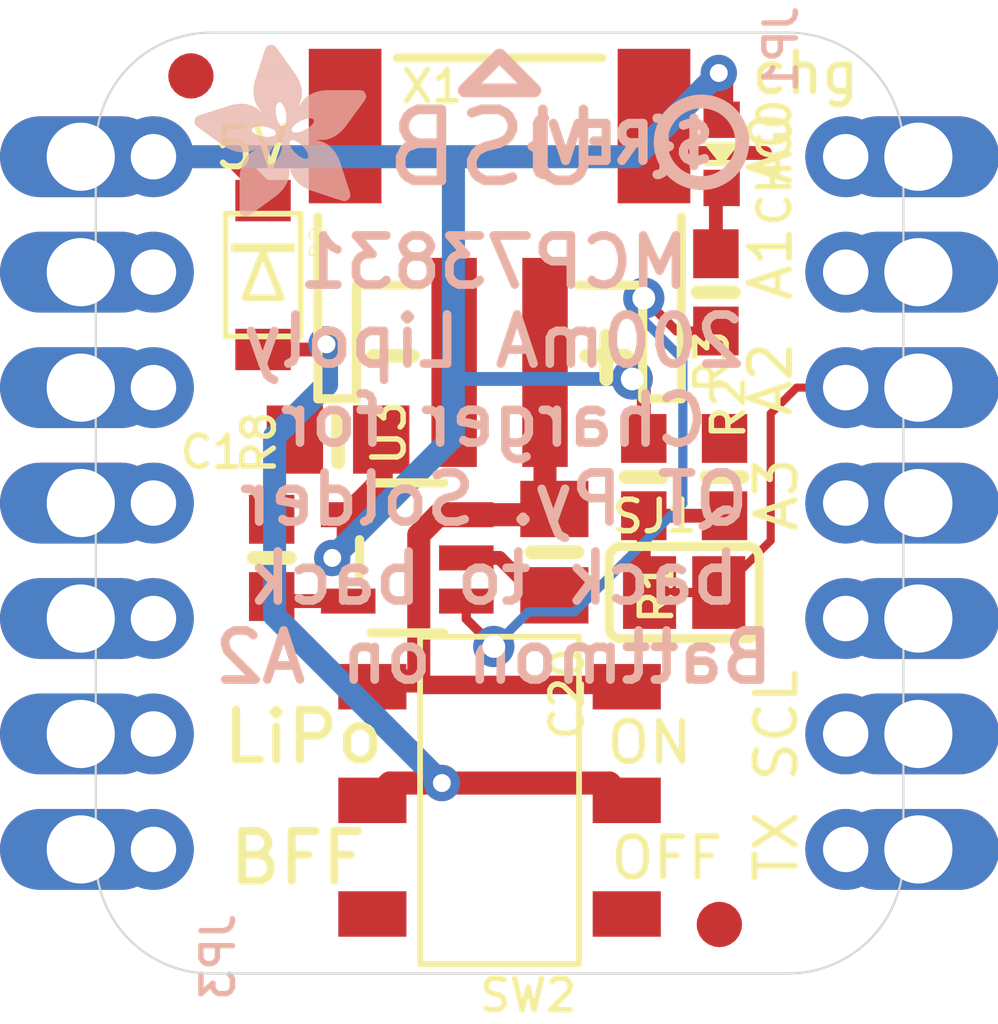
<source format=kicad_pcb>
(kicad_pcb (version 20221018) (generator pcbnew)
  (layers (0 "F.Cu" signal) (1 "In1.Cu" signal) (2 "In2.Cu" signal) (3 "In3.Cu" signal) (4 "In4.Cu" signal) (5 "In5.Cu" signal) (6 "In6.Cu" signal) (7 "In7.Cu" signal) (8 "In8.Cu" signal) (9 "In9.Cu" signal) (10 "In10.Cu" signal) (11 "In11.Cu" signal) (12 "In12.Cu" signal) (13 "In13.Cu" signal) (14 "In14.Cu" signal) (31 "B.Cu" signal) (34 "B.Paste" user) (35 "F.Paste" user) (36 "B.SilkS" user "B.Silkscreen") (37 "F.SilkS" user "F.Silkscreen") (38 "B.Mask" user) (39 "F.Mask" user) (44 "Edge.Cuts" user))
  (net 0 "")
  (net 1 "GND")
  (net 2 "+5V")
  (net 3 "VBAT")
  (net 4 "N$2")
  (net 5 "N$3")
  (net 6 "N$4")
  (net 7 "N$7")
  (net 8 "N$1")
  (net 9 "A2")
  (footprint "Adafruit LIPoly Charger BFF:0603-NO" (layer "F.Cu") (at 151.6761 104.4321 -90)
    (fp_text reference "R1" (at 1.778 0.127 90) (layer "F.SilkS") (effects (font (size 0.692831 0.692831) (thickness 0.119969)) (justify right top)))
    (fp_text value "100K")
    (pad "1" smd rect (at -0.85 0 270) (size 1.075 1) (layers "F.Cu" "F.Paste" "F.Mask") (net 2 "+5V"))
    (pad "2" smd rect (at 0.85 0 270) (size 1.075 1) (layers "F.Cu" "F.Paste" "F.Mask") (net 8 "N$1"))
  )
  (footprint "Adafruit LIPoly Charger BFF:0805-NO" (layer "F.Cu") (at 149.7076 106.0831 -90)
    (fp_text reference "C20" (at 2.032 0.127 90) (layer "F.SilkS") (effects (font (size 0.692831 0.692831) (thickness 0.119969)) (justify right top)))
    (fp_text value "10µF")
    (pad "1" smd rect (at -0.95 0 270) (size 1.24 1.5) (layers "F.Cu" "F.Paste" "F.Mask") (net 3 "VBAT"))
    (pad "2" smd rect (at 0.95 0 270) (size 1.24 1.5) (layers "F.Cu" "F.Paste" "F.Mask") (net 1 "GND"))
  )
  (footprint "Adafruit LIPoly Charger BFF:EG1390" (layer "F.Cu") (at 148.5011 111.5441 90)
    (fp_text reference "SW2" (at -3.886 1.764) (layer "F.SilkS") (effects (font (size 0.692831 0.692831) (thickness 0.119969)) (justify right top)))
    (fp_text value "")
    (pad "" np_thru_hole circle (at -1.5 0 90) (size 1 1) (drill 1) (layers "*.Cu" "*.Mask"))
    (pad "" np_thru_hole circle (at 1.5 0 90) (size 1 1) (drill 1) (layers "*.Cu" "*.Mask"))
    (pad "O1" smd rect (at -2.5 -2.8 90) (size 1 1.5) (layers "F.Cu" "F.Paste" "F.Mask"))
    (pad "O2" smd rect (at -2.5 2.8 90) (size 1 1.5) (layers "F.Cu" "F.Paste" "F.Mask"))
    (pad "P1" smd rect (at 0 -2.8 90) (size 1 1.5) (layers "F.Cu" "F.Paste" "F.Mask") (net 7 "N$7"))
    (pad "P2" smd rect (at 0 2.8 90) (size 1 1.5) (layers "F.Cu" "F.Paste" "F.Mask") (net 7 "N$7"))
    (pad "S1" smd rect (at 2.5 -2.8 90) (size 1 1.5) (layers "F.Cu" "F.Paste" "F.Mask") (net 3 "VBAT"))
    (pad "S2" smd rect (at 2.5 2.8 90) (size 1 1.5) (layers "F.Cu" "F.Paste" "F.Mask") (net 3 "VBAT"))
  )
  (footprint "Adafruit LIPoly Charger BFF:JSTPH2_BATT" (layer "F.Cu") (at 148.5011 98.2091)
    (fp_text reference "X1" (at -2.2225 -1.9685) (layer "F.SilkS") (effects (font (size 0.692831 0.692831) (thickness 0.119969)) (justify left bottom)))
    (fp_text value "JSTPH")
    (pad "1" smd rect (at -1 3.7) (size 1 4.6) (layers "F.Cu" "F.Paste" "F.Mask") (net 1 "GND"))
    (pad "2" smd rect (at 1 3.7) (size 1 4.6) (layers "F.Cu" "F.Paste" "F.Mask") (net 3 "VBAT"))
    (pad "NC1" smd rect (at -3.4 -1.5 90) (size 3.4 1.6) (layers "F.Cu" "F.Paste" "F.Mask") (net 1 "GND"))
    (pad "NC2" smd rect (at 3.4 -1.5 90) (size 3.4 1.6) (layers "F.Cu" "F.Paste" "F.Mask") (net 1 "GND"))
  )
  (footprint "Adafruit LIPoly Charger BFF:FIDUCIAL_1MM" (layer "F.Cu") (at 153.3398 114.2746)
    (fp_text reference "U$6" hide)
    (fp_text value "FIDUCIAL_1MM" hide)
    (pad "1" smd roundrect (at 0 0) (size 1 1) (layers "F.Cu" "F.Mask") (roundrect_rratio 0.5))
  )
  (footprint "Adafruit LIPoly Charger BFF:0805-NO" (layer "F.Cu") (at 144.9451 103.6066 180)
    (fp_text reference "C1" (at 2.032 0.127) (layer "F.SilkS") (effects (font (size 0.692831 0.692831) (thickness 0.119969)) (justify right top)))
    (fp_text value "10µF")
    (pad "1" smd rect (at -0.95 0 180) (size 1.24 1.5) (layers "F.Cu" "F.Paste" "F.Mask") (net 2 "+5V"))
    (pad "2" smd rect (at 0.95 0 180) (size 1.24 1.5) (layers "F.Cu" "F.Paste" "F.Mask") (net 1 "GND"))
  )
  (footprint "Adafruit LIPoly Charger BFF:0603-NO" (layer "F.Cu") (at 153.2636 100.3681 -90)
    (fp_text reference "R2" (at 1.778 0.127 90) (layer "F.SilkS") (effects (font (size 0.692831 0.692831) (thickness 0.119969)) (justify right top)))
    (fp_text value "5.1K")
    (pad "1" smd rect (at -0.85 0 270) (size 1.075 1) (layers "F.Cu" "F.Paste" "F.Mask") (net 4 "N$2"))
    (pad "2" smd rect (at 0.85 0 270) (size 1.075 1) (layers "F.Cu" "F.Paste" "F.Mask") (net 5 "N$3"))
  )
  (footprint "Adafruit LIPoly Charger BFF:0603-NO" (layer "F.Cu") (at 143.4846 106.2101 90)
    (fp_text reference "R8" (at 1.778 0.127 90) (layer "F.SilkS") (effects (font (size 0.692831 0.692831) (thickness 0.119969)) (justify left bottom)))
    (fp_text value "5.1K")
    (pad "1" smd rect (at -0.85 0 90) (size 1.075 1) (layers "F.Cu" "F.Paste" "F.Mask") (net 6 "N$4"))
    (pad "2" smd rect (at 0.85 0 90) (size 1.075 1) (layers "F.Cu" "F.Paste" "F.Mask") (net 1 "GND"))
  )
  (footprint "Adafruit LIPoly Charger BFF:SOD-123FL" (layer "F.Cu") (at 143.2941 99.9871 -90)
    (fp_text reference "D2" (at -1.1 -1 90) (layer "F.SilkS") (effects (font (size 0.376489 0.376489) (thickness 0.029911)) (justify right top)))
    (fp_text value "MBR120")
    (pad "A" smd rect (at 1.6375 0 270) (size 0.91 1.22) (layers "F.Cu" "F.Paste" "F.Mask") (net 7 "N$7"))
    (pad "C" smd rect (at -1.6375 0 270) (size 0.91 1.22) (layers "F.Cu" "F.Paste" "F.Mask") (net 2 "+5V"))
  )
  (footprint "Adafruit LIPoly Charger BFF:0603-NO" (layer "F.Cu") (at 153.4541 104.4321 90)
    (fp_text reference "R3" (at 1.778 0.127 90) (layer "F.SilkS") (effects (font (size 0.692831 0.692831) (thickness 0.119969)) (justify left bottom)))
    (fp_text value "100K")
    (pad "1" smd rect (at -0.85 0 90) (size 1.075 1) (layers "F.Cu" "F.Paste" "F.Mask") (net 8 "N$1"))
    (pad "2" smd rect (at 0.85 0 90) (size 1.075 1) (layers "F.Cu" "F.Paste" "F.Mask") (net 1 "GND"))
  )
  (footprint "Adafruit LIPoly Charger BFF:SOLDERJUMPER_CLOSEDWIRE" (layer "F.Cu") (at 152.5651 106.9721)
    (fp_text reference "SJ1" (at -1.651 -1.27) (layer "F.SilkS") (effects (font (size 0.692831 0.692831) (thickness 0.119969)) (justify left bottom)))
    (fp_text value "")
    (pad "1" smd rect (at -0.762 0) (size 1.1684 1.6002) (layers "F.Cu") (net 8 "N$1"))
    (pad "2" smd rect (at 0.762 0) (size 1.1684 1.6002) (layers "F.Cu") (net 9 "A2"))
    (pad "WIRE" smd rect (at 0 0 180) (size 0.635 0.2032) (layers "F.Cu"))
  )
  (footprint "Adafruit LIPoly Charger BFF:FIDUCIAL_1MM" (layer "F.Cu") (at 141.7066 95.6056)
    (fp_text reference "U$8" hide)
    (fp_text value "FIDUCIAL_1MM" hide)
    (pad "1" smd roundrect (at 0 0) (size 1 1) (layers "F.Cu" "F.Mask") (roundrect_rratio 0.5))
  )
  (footprint "Adafruit LIPoly Charger BFF:SOT23-5" (layer "F.Cu") (at 146.4691 106.2101 90)
    (fp_text reference "U3" (at 1.978 0 90) (layer "F.SilkS") (effects (font (size 0.692831 0.692831) (thickness 0.119969)) (justify left bottom)))
    (fp_text value "MCP73831T-2ACI/OT")
    (pad "1" smd rect (at -0.95 1.3001 90) (size 0.55 1.2) (layers "F.Cu" "F.Paste" "F.Mask") (net 5 "N$3"))
    (pad "2" smd rect (at 0 1.3001 90) (size 0.55 1.2) (layers "F.Cu" "F.Paste" "F.Mask") (net 1 "GND"))
    (pad "3" smd rect (at 0.95 1.3001 90) (size 0.55 1.2) (layers "F.Cu" "F.Paste" "F.Mask") (net 3 "VBAT"))
    (pad "4" smd rect (at 0.95 -1.3001 90) (size 0.55 1.2) (layers "F.Cu" "F.Paste" "F.Mask") (net 2 "+5V"))
    (pad "5" smd rect (at -0.95 -1.3001 90) (size 0.55 1.2) (layers "F.Cu" "F.Paste" "F.Mask") (net 6 "N$4"))
  )
  (footprint "Adafruit LIPoly Charger BFF:CHIPLED_0603_NOOUTLINE" (layer "F.Cu") (at 153.3906 97.3201 180)
    (fp_text reference "CHG0" (at -0.762 1.27 90) (layer "F.SilkS") (effects (font (size 0.692831 0.692831) (thickness 0.119969)) (justify right top)))
    (fp_text value "ORANGE")
    (pad "A" smd rect (at 0 0.75 180) (size 0.8 0.8) (layers "F.Cu" "F.Paste" "F.Mask") (net 2 "+5V"))
    (pad "C" smd rect (at 0 -0.75 180) (size 0.8 0.8) (layers "F.Cu" "F.Paste" "F.Mask") (net 4 "N$2"))
  )
  (footprint "Adafruit LIPoly Charger BFF:PCBFEAT-REV-040" (layer "B.Cu") (at 152.9461 97.0661 180)
    (fp_text reference "U$3" hide)
    (fp_text value "" hide)
    (fp_text user "${REV}" (at -0.3556 -0.508) (layer "B.SilkS") (effects (font (size 0.8128 0.8128) (thickness 0.2032)) (justify left bottom mirror)))
  )
  (footprint "Adafruit LIPoly Charger BFF:1X07_CASTEL" (layer "B.Cu") (at 156.1211 105.0036 -90)
    (fp_text reference "JP1" (at -8.9662 1.8288 -270) (layer "B.SilkS") (effects (font (size 0.692831 0.692831) (thickness 0.119969)) (justify right top mirror)))
    (fp_text value "")
    (pad "1" thru_hole circle (at -7.62 0 180) (size 1.778 1.778) (drill 1) (layers "*.Cu" "*.Mask"))
    (pad "1C" thru_hole oval (at -7.62 -1.6 180) (size 3.556 1.778) (drill 1.5) (layers "*.Cu" "*.Mask"))
    (pad "2" thru_hole circle (at -5.08 0 180) (size 1.778 1.778) (drill 1) (layers "*.Cu" "*.Mask"))
    (pad "2C" thru_hole oval (at -5.08 -1.6 180) (size 3.556 1.778) (drill 1.5) (layers "*.Cu" "*.Mask"))
    (pad "3" thru_hole circle (at -2.54 0 180) (size 1.778 1.778) (drill 1) (layers "*.Cu" "*.Mask") (net 9 "A2"))
    (pad "3C" thru_hole oval (at -2.54 -1.6 180) (size 3.556 1.778) (drill 1.5) (layers "*.Cu" "*.Mask") (net 9 "A2"))
    (pad "4" thru_hole circle (at 0 0 180) (size 1.778 1.778) (drill 1) (layers "*.Cu" "*.Mask"))
    (pad "4C" thru_hole oval (at 0 -1.6 180) (size 3.556 1.778) (drill 1.5) (layers "*.Cu" "*.Mask"))
    (pad "5" thru_hole circle (at 2.54 0 180) (size 1.778 1.778) (drill 1) (layers "*.Cu" "*.Mask"))
    (pad "5C" thru_hole oval (at 2.54 -1.6 180) (size 3.556 1.778) (drill 1.5) (layers "*.Cu" "*.Mask"))
    (pad "6" thru_hole circle (at 5.08 0 180) (size 1.778 1.778) (drill 1) (layers "*.Cu" "*.Mask"))
    (pad "6C" thru_hole oval (at 5.08 -1.6 180) (size 3.556 1.778) (drill 1.5) (layers "*.Cu" "*.Mask"))
    (pad "7" thru_hole circle (at 7.62 0 180) (size 1.778 1.778) (drill 1) (layers "*.Cu" "*.Mask"))
    (pad "7C" thru_hole oval (at 7.62 -1.6 180) (size 3.556 1.778) (drill 1.5) (layers "*.Cu" "*.Mask"))
  )
  (footprint "Adafruit LIPoly Charger BFF:ADAFRUIT_3.5MM" (layer "B.Cu") (at 145.5801 98.7171 180)
    (fp_text reference "U$2" hide)
    (fp_text value "" hide)
  )
  (footprint "Adafruit LIPoly Charger BFF:1X07_CASTEL" (layer "B.Cu") (at 140.8811 105.0036 90)
    (fp_text reference "JP3" (at -8.9662 1.8288 90) (layer "B.SilkS") (effects (font (size 0.692831 0.692831) (thickness 0.119969)) (justify left bottom mirror)))
    (fp_text value "")
    (pad "1" thru_hole circle (at -7.62 0) (size 1.778 1.778) (drill 1) (layers "*.Cu" "*.Mask"))
    (pad "1C" thru_hole oval (at -7.62 -1.6) (size 3.556 1.778) (drill 1.5) (layers "*.Cu" "*.Mask"))
    (pad "2" thru_hole circle (at -5.08 0) (size 1.778 1.778) (drill 1) (layers "*.Cu" "*.Mask"))
    (pad "2C" thru_hole oval (at -5.08 -1.6) (size 3.556 1.778) (drill 1.5) (layers "*.Cu" "*.Mask"))
    (pad "3" thru_hole circle (at -2.54 0) (size 1.778 1.778) (drill 1) (layers "*.Cu" "*.Mask"))
    (pad "3C" thru_hole oval (at -2.54 -1.6) (size 3.556 1.778) (drill 1.5) (layers "*.Cu" "*.Mask"))
    (pad "4" thru_hole circle (at 0 0) (size 1.778 1.778) (drill 1) (layers "*.Cu" "*.Mask"))
    (pad "4C" thru_hole oval (at 0 -1.6) (size 3.556 1.778) (drill 1.5) (layers "*.Cu" "*.Mask"))
    (pad "5" thru_hole circle (at 2.54 0) (size 1.778 1.778) (drill 1) (layers "*.Cu" "*.Mask"))
    (pad "5C" thru_hole oval (at 2.54 -1.6) (size 3.556 1.778) (drill 1.5) (layers "*.Cu" "*.Mask"))
    (pad "6" thru_hole circle (at 5.08 0) (size 1.778 1.778) (drill 1) (layers "*.Cu" "*.Mask") (net 1 "GND"))
    (pad "6C" thru_hole oval (at 5.08 -1.6) (size 3.556 1.778) (drill 1.5) (layers "*.Cu" "*.Mask") (net 1 "GND"))
    (pad "7" thru_hole circle (at 7.62 0) (size 1.778 1.778) (drill 1) (layers "*.Cu" "*.Mask") (net 2 "+5V"))
    (pad "7C" thru_hole oval (at 7.62 -1.6) (size 3.556 1.778) (drill 1.5) (layers "*.Cu" "*.Mask") (net 2 "+5V"))
  )
  (gr_line (start 149.2631 95.9231) (end 147.7391 95.9231) (stroke (width 0.3048)) (layer "B.SilkS"))
  (gr_line (start 147.7391 95.9231) (end 148.5011 95.1611) (stroke (width 0.3048)) (layer "B.SilkS"))
  (gr_line (start 148.5011 95.1611) (end 149.2631 95.9231) (stroke (width 0.3048)) (layer "B.SilkS"))
  (gr_arc (start 157.3911 112.8141) (mid 156.647151 114.610151) (end 154.8511 115.3541) (stroke (width 0.05)) (layer "Edge.Cuts"))
  (gr_line (start 154.8511 115.3541) (end 142.1511 115.3541) (stroke (width 0.05)) (layer "Edge.Cuts"))
  (gr_line (start 142.1511 94.6531) (end 154.8511 94.6531) (stroke (width 0.05)) (layer "Edge.Cuts"))
  (gr_line (start 157.3911 97.1931) (end 157.3911 112.8141) (stroke (width 0.05)) (layer "Edge.Cuts"))
  (gr_arc (start 139.6111 97.1931) (mid 140.355049 95.397049) (end 142.1511 94.6531) (stroke (width 0.05)) (layer "Edge.Cuts"))
  (gr_arc (start 142.1511 115.3541) (mid 140.355049 114.610151) (end 139.6111 112.8141) (stroke (width 0.05)) (layer "Edge.Cuts"))
  (gr_line (start 139.6111 112.8141) (end 139.6111 97.1931) (stroke (width 0.05)) (layer "Edge.Cuts"))
  (gr_arc (start 154.8511 94.6531) (mid 156.647151 95.397049) (end 157.3911 97.1931) (stroke (width 0.05)) (layer "Edge.Cuts"))
  (gr_text "MCP73831\n200mA Lipoly\nCharger for\nQT Py. Solder\nback to back\nBattmon on A2" (at 148.3741 104.0511) (layer "B.SilkS") (effects (font (size 1.0795 1.0795) (thickness 0.1905)) (justify mirror)))
  (gr_text "USB" (at 148.3741 97.1931) (layer "B.SilkS") (effects (font (size 1.56464 1.56464) (thickness 0.21336)) (justify mirror)))
  (gr_text "BFF" (at 144.0561 112.8141) (layer "F.SilkS") (effects (font (size 1.0922 1.0922) (thickness 0.1778))))
  (gr_text "LiPo" (at 144.1831 110.1471) (layer "F.SilkS") (effects (font (size 1.0922 1.0922) (thickness 0.1778))))
  (gr_text "A1" (at 154.4701 99.7331 90) (layer "F.SilkS") (effects (font (size 0.88392 0.88392) (thickness 0.13208))))
  (gr_text "5V" (at 143.0401 97.1931) (layer "F.SilkS") (effects (font (size 0.88392 0.88392) (thickness 0.13208))))
  (gr_text "ON" (at 151.8031 110.2741) (layer "F.SilkS") (effects (font (size 0.88392 0.88392) (thickness 0.13208))))
  (gr_text "SCL" (at 154.5971 109.8931 90) (layer "F.SilkS") (effects (font (size 0.88392 0.88392) (thickness 0.13208))))
  (gr_text "OFF" (at 152.1841 112.8141) (layer "F.SilkS") (effects (font (size 0.88392 0.88392) (thickness 0.13208))))
  (gr_text "A0" (at 154.4701 97.1931 90) (layer "F.SilkS") (effects (font (size 0.88392 0.88392) (thickness 0.13208))))
  (gr_text "chg" (at 155.2321 95.5421) (layer "F.SilkS") (effects (font (size 0.87376 0.87376) (thickness 0.14224))))
  (gr_text "TX" (at 154.5971 112.5601 90) (layer "F.SilkS") (effects (font (size 0.88392 0.88392) (thickness 0.13208))))
  (gr_text "A2" (at 154.4701 102.2731 90) (layer "F.SilkS") (effects (font (size 0.88392 0.88392) (thickness 0.13208))))
  (gr_text "A3" (at 154.5971 104.8131 90) (layer "F.SilkS") (effects (font (size 0.88392 0.88392) (thickness 0.13208))))
  (segment (start 148.5011 106.2101) (end 149.3241 107.0331) (width 0.3048) (layer "F.Cu") (net 1))
  (segment (start 152.599825 97.3003) (end 154.3431 97.3003) (width 0.3048) (layer "F.Cu") (net 1))
  (segment (start 149.3241 107.0331) (end 149.7076 107.0331) (width 0.3048) (layer "F.Cu") (net 1))
  (segment (start 139.2811 99.9236) (end 140.8811 99.9236) (width 0.4064) (layer "F.Cu") (net 1))
  (segment (start 151.9011 96.7091) (end 152.008625 96.7091) (width 0.3048) (layer "F.Cu") (net 1))
  (segment (start 147.7692 106.2101) (end 148.5011 106.2101) (width 0.3048) (layer "F.Cu") (net 1))
  (segment (start 152.008625 96.7091) (end 152.599825 97.3003) (width 0.3048) (layer "F.Cu") (net 1))
  (segment (start 140.8811 97.3836) (end 142.5956 97.3836) (width 0.4064) (layer "F.Cu") (net 2))
  (segment (start 153.3906 96.5701) (end 153.3906 95.6056) (width 0.508) (layer "F.Cu") (net 2))
  (segment (start 151.4221 102.2731) (end 151.5101 102.2731) (width 0.3048) (layer "F.Cu") (net 2))
  (segment (start 145.8951 103.6066) (end 145.8951 104.534) (width 0.508) (layer "F.Cu") (net 2))
  (segment (start 142.5956 97.3836) (end 143.2941 98.0821) (width 0.4064) (layer "F.Cu") (net 2))
  (segment (start 139.2811 97.3836) (end 140.8811 97.3836) (width 0.4064) (layer "F.Cu") (net 2))
  (segment (start 153.3271 95.5421) (end 153.3906 95.6056) (width 0.508) (layer "F.Cu") (net 2))
  (segment (start 143.2941 98.0821) (end 143.2941 98.3496) (width 0.4064) (layer "F.Cu") (net 2))
  (segment (start 151.6761 102.4391) (end 151.5101 102.2731) (width 0.3048) (layer "F.Cu") (net 2))
  (segment (start 145.169 105.2601) (end 145.8951 104.534) (width 0.508) (layer "F.Cu") (net 2))
  (segment (start 145.169 105.2601) (end 145.169 105.8592) (width 0.508) (layer "F.Cu") (net 2))
  (segment (start 151.6761 103.5821) (end 151.6761 102.4391) (width 0.3048) (layer "F.Cu") (net 2))
  (segment (start 144.8181 106.2101) (end 145.169 105.8592) (width 0.508) (layer "F.Cu") (net 2))
  (via (at 153.3271 95.5421) (size 0.8001) (drill 0.3937) (layers "F.Cu" "B.Cu") (net 2))
  (via (at 144.8181 106.2101) (size 0.8001) (drill 0.3937) (layers "F.Cu" "B.Cu") (net 2))
  (via (at 151.4221 102.2731) (size 0.9064) (drill 0.5) (layers "F.Cu" "B.Cu") (net 2))
  (segment (start 151.4221 102.2731) (end 147.4851 102.2731) (width 0.3048) (layer "B.Cu") (net 2))
  (segment (start 147.4851 102.2731) (end 147.4851 97.5106) (width 0.508) (layer "B.Cu") (net 2))
  (segment (start 151.4856 97.3836) (end 147.6121 97.3836) (width 0.508) (layer "B.Cu") (net 2))
  (segment (start 147.4851 97.5106) (end 147.6121 97.3836) (width 0.3048) (layer "B.Cu") (net 2))
  (segment (start 140.8811 97.3836) (end 147.6121 97.3836) (width 0.508) (layer "B.Cu") (net 2))
  (segment (start 144.8181 106.2101) (end 147.4851 103.5431) (width 0.508) (layer "B.Cu") (net 2))
  (segment (start 151.4856 97.3836) (end 153.3271 95.5421) (width 0.508) (layer "B.Cu") (net 2))
  (segment (start 147.4851 103.5431) (end 147.4851 102.2731) (width 0.508) (layer "B.Cu") (net 2))
  (segment (start 149.5011 104.9266) (end 149.7076 105.1331) (width 0.3048) (layer "F.Cu") (net 3))
  (segment (start 146.3421 108.9171) (end 146.2151 108.9171) (width 0.508) (layer "F.Cu") (net 3))
  (segment (start 146.7231 108.9171) (end 146.8101 109.0041) (width 0.4064) (layer "F.Cu") (net 3))
  (segment (start 145.7011 109.0441) (end 146.0881 109.0441) (width 0.508) (layer "F.Cu") (net 3))
  (segment (start 146.7231 108.9171) (end 146.3421 108.9171) (width 0.508) (layer "F.Cu") (net 3))
  (segment (start 146.7231 105.7021) (end 146.7231 108.9171) (width 0.508) (layer "F.Cu") (net 3))
  (segment (start 149.5011 101.9091) (end 149.5011 104.9266) (width 0.508) (layer "F.Cu") (net 3))
  (segment (start 149.5806 105.2601) (end 147.7692 105.2601) (width 0.508) (layer "F.Cu") (net 3))
  (segment (start 146.0881 109.0441) (end 146.2151 108.9171) (width 0.508) (layer "F.Cu") (net 3))
  (segment (start 149.5806 105.2601) (end 149.7076 105.1331) (width 0.508) (layer "F.Cu") (net 3))
  (segment (start 147.7692 105.2601) (end 147.1651 105.2601) (width 0.508) (layer "F.Cu") (net 3))
  (segment (start 147.1651 105.2601) (end 146.7231 105.7021) (width 0.508) (layer "F.Cu") (net 3))
  (segment (start 151.2611 109.0041) (end 151.3011 109.0441) (width 0.4064) (layer "F.Cu") (net 3))
  (segment (start 146.8101 109.0041) (end 151.2611 109.0041) (width 0.4064) (layer "F.Cu") (net 3))
  (segment (start 153.2636 98.1971) (end 153.2636 99.5181) (width 0.3048) (layer "F.Cu") (net 4))
  (segment (start 153.3906 98.0701) (end 153.2636 98.1971) (width 0.3048) (layer "F.Cu") (net 4))
  (segment (start 153.2636 101.2181) (end 152.3991 101.2181) (width 0.2032) (layer "F.Cu") (net 5))
  (segment (start 152.3991 101.2181) (end 151.6761 100.4951) (width 0.2032) (layer "F.Cu") (net 5))
  (segment (start 147.7692 107.5542) (end 148.3741 108.1591) (width 0.2032) (layer "F.Cu") (net 5))
  (segment (start 147.7692 107.1601) (end 147.7692 107.5542) (width 0.2032) (layer "F.Cu") (net 5))
  (via (at 148.3741 108.1591) (size 0.9064) (drill 0.5) (layers "F.Cu" "B.Cu") (net 5))
  (via (at 151.6761 100.4951) (size 0.9064) (drill 0.5) (layers "F.Cu" "B.Cu") (net 5))
  (segment (start 151.6761 100.4951) (end 151.6761 100.983044) (width 0.2032) (layer "B.Cu") (net 5))
  (segment (start 149.1361 107.3971) (end 148.3741 108.1591) (width 0.2032) (layer "B.Cu") (net 5))
  (segment (start 150.1521 107.3971) (end 149.1361 107.3971) (width 0.2032) (layer "B.Cu") (net 5))
  (segment (start 152.5357 105.0135) (end 150.1521 107.3971) (width 0.2032) (layer "B.Cu") (net 5))
  (segment (start 152.5357 101.842644) (end 152.5357 105.0135) (width 0.2032) (layer "B.Cu") (net 5))
  (segment (start 151.6761 100.983044) (end 152.5357 101.842644) (width 0.2032) (layer "B.Cu") (net 5))
  (segment (start 145.169 107.1601) (end 143.5846 107.1601) (width 0.3048) (layer "F.Cu") (net 6))
  (segment (start 143.5846 107.1601) (end 143.4846 107.0601) (width 0.3048) (layer "F.Cu") (net 6))
  (segment (start 150.9201 111.1631) (end 151.3011 111.5441) (width 0.508) (layer "F.Cu") (net 7))
  (segment (start 146.0821 111.1631) (end 147.2311 111.1631) (width 0.508) (layer "F.Cu") (net 7))
  (segment (start 147.2311 111.1631) (end 150.9201 111.1631) (width 0.508) (layer "F.Cu") (net 7))
  (segment (start 145.7011 111.5441) (end 146.0821 111.1631) (width 0.508) (layer "F.Cu") (net 7))
  (segment (start 143.2941 101.6246) (end 144.5776 101.6246) (width 0.3048) (layer "F.Cu") (net 7))
  (segment (start 144.5776 101.6246) (end 144.6911 101.5111) (width 0.3048) (layer "F.Cu") (net 7))
  (via (at 144.6911 101.5111) (size 0.8001) (drill 0.3937) (layers "F.Cu" "B.Cu") (net 7))
  (via (at 147.2311 111.1631) (size 0.8001) (drill 0.3937) (layers "F.Cu" "B.Cu") (net 7))
  (segment (start 143.5481 107.4801) (end 143.5481 103.5431) (width 0.508) (layer "B.Cu") (net 7))
  (segment (start 144.6911 102.4001) (end 144.6911 101.5111) (width 0.508) (layer "B.Cu") (net 7))
  (segment (start 144.6911 102.4001) (end 143.5481 103.5431) (width 0.508) (layer "B.Cu") (net 7))
  (segment (start 147.2311 111.1631) (end 143.5481 107.4801) (width 0.508) (layer "B.Cu") (net 7))
  (segment (start 151.6761 106.8451) (end 151.8031 106.9721) (width 0.3048) (layer "F.Cu") (net 8))
  (segment (start 153.4541 105.2821) (end 151.6761 105.2821) (width 0.3048) (layer "F.Cu") (net 8))
  (segment (start 151.6761 105.2821) (end 151.6761 106.8451) (width 0.3048) (layer "F.Cu") (net 8))
  (segment (start 157.7211 102.4636) (end 156.1211 102.4636) (width 0.4064) (layer "F.Cu") (net 9))
  (segment (start 155.9941 102.4636) (end 155.0416 102.4636) (width 0.1778) (layer "F.Cu") (net 9))
  (segment (start 157.7211 102.4636) (end 155.9941 102.4636) (width 0.4064) (layer "F.Cu") (net 9))
  (segment (start 154.4701 103.0351) (end 154.4701 105.8291) (width 0.1778) (layer "F.Cu") (net 9))
  (segment (start 155.0416 102.4636) (end 154.4701 103.0351) (width 0.1778) (layer "F.Cu") (net 9))
  (segment (start 154.4701 105.8291) (end 153.3271 106.9721) (width 0.1778) (layer "F.Cu") (net 9))
)
</source>
